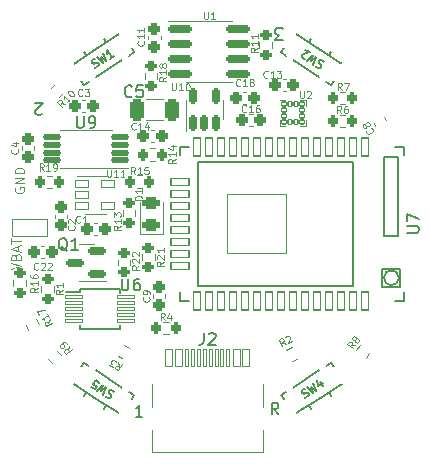
<source format=gto>
G04 #@! TF.GenerationSoftware,KiCad,Pcbnew,(6.0.0-0)*
G04 #@! TF.CreationDate,2022-02-07T14:16:52+10:00*
G04 #@! TF.ProjectId,osw-light,6f73772d-6c69-4676-9874-2e6b69636164,3.3*
G04 #@! TF.SameCoordinates,Original*
G04 #@! TF.FileFunction,Legend,Top*
G04 #@! TF.FilePolarity,Positive*
%FSLAX46Y46*%
G04 Gerber Fmt 4.6, Leading zero omitted, Abs format (unit mm)*
G04 Created by KiCad (PCBNEW (6.0.0-0)) date 2022-02-07 14:16:52*
%MOMM*%
%LPD*%
G01*
G04 APERTURE LIST*
G04 Aperture macros list*
%AMRoundRect*
0 Rectangle with rounded corners*
0 $1 Rounding radius*
0 $2 $3 $4 $5 $6 $7 $8 $9 X,Y pos of 4 corners*
0 Add a 4 corners polygon primitive as box body*
4,1,4,$2,$3,$4,$5,$6,$7,$8,$9,$2,$3,0*
0 Add four circle primitives for the rounded corners*
1,1,$1+$1,$2,$3*
1,1,$1+$1,$4,$5*
1,1,$1+$1,$6,$7*
1,1,$1+$1,$8,$9*
0 Add four rect primitives between the rounded corners*
20,1,$1+$1,$2,$3,$4,$5,0*
20,1,$1+$1,$4,$5,$6,$7,0*
20,1,$1+$1,$6,$7,$8,$9,0*
20,1,$1+$1,$8,$9,$2,$3,0*%
%AMHorizOval*
0 Thick line with rounded ends*
0 $1 width*
0 $2 $3 position (X,Y) of the first rounded end (center of the circle)*
0 $4 $5 position (X,Y) of the second rounded end (center of the circle)*
0 Add line between two ends*
20,1,$1,$2,$3,$4,$5,0*
0 Add two circle primitives to create the rounded ends*
1,1,$1,$2,$3*
1,1,$1,$4,$5*%
%AMFreePoly0*
4,1,14,0.786062,1.536062,0.801000,1.500000,0.801000,-1.500000,0.786062,-1.536062,0.750000,-1.551000,-0.150000,-1.551000,-0.186062,-1.536062,-0.786062,-0.936062,-0.801000,-0.900000,-0.801000,1.500000,-0.786062,1.536062,-0.750000,1.551000,0.750000,1.551000,0.786062,1.536062,0.786062,1.536062,$1*%
G04 Aperture macros list end*
%ADD10C,0.200000*%
%ADD11C,0.150000*%
%ADD12C,0.090000*%
%ADD13C,0.120000*%
%ADD14HorizOval,0.702000X0.251623X-0.387466X-0.251623X0.387466X0*%
%ADD15RoundRect,0.051000X-0.624683X0.502907X0.205347X-0.775227X0.624683X-0.502907X-0.205347X0.775227X0*%
%ADD16HorizOval,0.702000X-0.251623X-0.387466X0.251623X0.387466X0*%
%ADD17RoundRect,0.051000X0.205347X0.775227X-0.624683X-0.502907X-0.205347X-0.775227X0.624683X0.502907X0*%
%ADD18RoundRect,0.251000X-0.339220X-0.023558X-0.082105X-0.329975X0.339220X0.023558X0.082105X0.329975X0*%
%ADD19RoundRect,0.276000X0.250000X-0.225000X0.250000X0.225000X-0.250000X0.225000X-0.250000X-0.225000X0*%
%ADD20RoundRect,0.251000X-0.200000X-0.275000X0.200000X-0.275000X0.200000X0.275000X-0.200000X0.275000X0*%
%ADD21RoundRect,0.251000X-0.275000X0.200000X-0.275000X-0.200000X0.275000X-0.200000X0.275000X0.200000X0*%
%ADD22RoundRect,0.251000X0.200000X0.275000X-0.200000X0.275000X-0.200000X-0.275000X0.200000X-0.275000X0*%
%ADD23RoundRect,0.201000X-0.825000X-0.150000X0.825000X-0.150000X0.825000X0.150000X-0.825000X0.150000X0*%
%ADD24RoundRect,0.276000X-0.329006X0.069856X-0.104006X-0.319856X0.329006X-0.069856X0.104006X0.319856X0*%
%ADD25RoundRect,0.276000X-0.250000X0.225000X-0.250000X-0.225000X0.250000X-0.225000X0.250000X0.225000X0*%
%ADD26HorizOval,0.702000X-0.251623X0.387466X0.251623X-0.387466X0*%
%ADD27RoundRect,0.051000X0.624683X-0.502907X-0.205347X0.775227X-0.624683X0.502907X0.205347X-0.775227X0*%
%ADD28RoundRect,0.051000X-0.700000X-0.150000X0.700000X-0.150000X0.700000X0.150000X-0.700000X0.150000X0*%
%ADD29RoundRect,0.151000X0.637500X0.100000X-0.637500X0.100000X-0.637500X-0.100000X0.637500X-0.100000X0*%
%ADD30RoundRect,0.276000X-0.225000X-0.250000X0.225000X-0.250000X0.225000X0.250000X-0.225000X0.250000X0*%
%ADD31RoundRect,0.251000X-0.082105X0.329975X-0.339220X0.023558X0.082105X-0.329975X0.339220X-0.023558X0*%
%ADD32RoundRect,0.301000X0.325000X0.650000X-0.325000X0.650000X-0.325000X-0.650000X0.325000X-0.650000X0*%
%ADD33RoundRect,0.276000X0.225000X0.250000X-0.225000X0.250000X-0.225000X-0.250000X0.225000X-0.250000X0*%
%ADD34RoundRect,0.201000X0.150000X-0.512500X0.150000X0.512500X-0.150000X0.512500X-0.150000X-0.512500X0*%
%ADD35RoundRect,0.051000X-0.300000X0.762000X-0.300000X-0.762000X0.300000X-0.762000X0.300000X0.762000X0*%
%ADD36RoundRect,0.051000X-0.762000X-0.300000X0.762000X-0.300000X0.762000X0.300000X-0.762000X0.300000X0*%
%ADD37RoundRect,0.051000X-2.500000X2.500000X-2.500000X-2.500000X2.500000X-2.500000X2.500000X2.500000X0*%
%ADD38RoundRect,0.251000X0.275000X-0.200000X0.275000X0.200000X-0.275000X0.200000X-0.275000X-0.200000X0*%
%ADD39RoundRect,0.201000X0.587500X0.150000X-0.587500X0.150000X-0.587500X-0.150000X0.587500X-0.150000X0*%
%ADD40RoundRect,0.251000X-0.338157X0.035705X-0.138157X-0.310705X0.338157X-0.035705X0.138157X0.310705X0*%
%ADD41HorizOval,0.702000X0.251623X0.387466X-0.251623X-0.387466X0*%
%ADD42RoundRect,0.051000X-0.205347X-0.775227X0.624683X0.502907X0.205347X0.775227X-0.624683X-0.502907X0*%
%ADD43RoundRect,0.051000X-0.530000X-0.325000X0.530000X-0.325000X0.530000X0.325000X-0.530000X0.325000X0*%
%ADD44RoundRect,0.294750X0.456250X-0.243750X0.456250X0.243750X-0.456250X0.243750X-0.456250X-0.243750X0*%
%ADD45RoundRect,0.251000X-0.053033X0.335876X-0.335876X0.053033X0.053033X-0.335876X0.335876X-0.053033X0*%
%ADD46RoundRect,0.251000X0.310705X0.138157X-0.035705X0.338157X-0.310705X-0.138157X0.035705X-0.338157X0*%
%ADD47FreePoly0,270.000000*%
%ADD48RoundRect,0.051000X-1.500000X0.750000X-1.500000X-0.750000X1.500000X-0.750000X1.500000X0.750000X0*%
%ADD49C,0.752000*%
%ADD50RoundRect,0.051000X-0.300000X-0.725000X0.300000X-0.725000X0.300000X0.725000X-0.300000X0.725000X0*%
%ADD51RoundRect,0.051000X-0.150000X-0.725000X0.150000X-0.725000X0.150000X0.725000X-0.150000X0.725000X0*%
%ADD52O,1.102000X2.202000*%
%ADD53O,1.102000X1.702000*%
%ADD54RoundRect,0.251000X-0.065042X-0.333758X0.297482X-0.164711X0.065042X0.333758X-0.297482X0.164711X0*%
%ADD55RoundRect,0.051000X-0.187500X-0.175000X0.187500X-0.175000X0.187500X0.175000X-0.187500X0.175000X0*%
%ADD56RoundRect,0.051000X0.175000X-0.187500X0.175000X0.187500X-0.175000X0.187500X-0.175000X-0.187500X0*%
G04 APERTURE END LIST*
D10*
X74960451Y-128141900D02*
X74627118Y-127665710D01*
X74389023Y-128141900D02*
X74389023Y-127141900D01*
X74769975Y-127141900D01*
X74865213Y-127189520D01*
X74912832Y-127237139D01*
X74960451Y-127332377D01*
X74960451Y-127475234D01*
X74912832Y-127570472D01*
X74865213Y-127618091D01*
X74769975Y-127665710D01*
X74389023Y-127665710D01*
X63435714Y-128342380D02*
X62864285Y-128342380D01*
X63150000Y-128342380D02*
X63150000Y-127342380D01*
X63054761Y-127485238D01*
X62959523Y-127580476D01*
X62864285Y-127628095D01*
X75323333Y-96397619D02*
X74704285Y-96397619D01*
X75037619Y-96016666D01*
X74894761Y-96016666D01*
X74799523Y-95969047D01*
X74751904Y-95921428D01*
X74704285Y-95826190D01*
X74704285Y-95588095D01*
X74751904Y-95492857D01*
X74799523Y-95445238D01*
X74894761Y-95397619D01*
X75180476Y-95397619D01*
X75275714Y-95445238D01*
X75323333Y-95492857D01*
X54955714Y-102672380D02*
X54908095Y-102720000D01*
X54812857Y-102767619D01*
X54574761Y-102767619D01*
X54479523Y-102720000D01*
X54431904Y-102672380D01*
X54384285Y-102577142D01*
X54384285Y-102481904D01*
X54431904Y-102339047D01*
X55003333Y-101767619D01*
X54384285Y-101767619D01*
D11*
X77232483Y-126715473D02*
X77334504Y-126688964D01*
X77474283Y-126598191D01*
X77512040Y-126533926D01*
X77521841Y-126487816D01*
X77513487Y-126413750D01*
X77477178Y-126357839D01*
X77412913Y-126320082D01*
X77366802Y-126310281D01*
X77292736Y-126318634D01*
X77162759Y-126363297D01*
X77088693Y-126371651D01*
X77042583Y-126361850D01*
X76978318Y-126324093D01*
X76942009Y-126268182D01*
X76933655Y-126194116D01*
X76943456Y-126148005D01*
X76981213Y-126083740D01*
X77120991Y-125992967D01*
X77223013Y-125966459D01*
X77400548Y-125811421D02*
X77921574Y-126307717D01*
X77761077Y-125815763D01*
X78145219Y-126162480D01*
X77903750Y-125484637D01*
X78506079Y-125371698D02*
X78760244Y-125763078D01*
X78221064Y-125238826D02*
X78353605Y-125748935D01*
X78717029Y-125512924D01*
X61018001Y-126240226D02*
X60952289Y-126157806D01*
X60812510Y-126067033D01*
X60738444Y-126058680D01*
X60692334Y-126068481D01*
X60628069Y-126106237D01*
X60591760Y-126162149D01*
X60583406Y-126236215D01*
X60593207Y-126282325D01*
X60630964Y-126346590D01*
X60724632Y-126447164D01*
X60762389Y-126511429D01*
X60772190Y-126557540D01*
X60763836Y-126631606D01*
X60727527Y-126687517D01*
X60663262Y-126725274D01*
X60617152Y-126735075D01*
X60543086Y-126726721D01*
X60403307Y-126635948D01*
X60337595Y-126553528D01*
X60123750Y-126454402D02*
X60365219Y-125776559D01*
X59981077Y-126123276D01*
X60141574Y-125631322D01*
X59620548Y-126127618D01*
X59117346Y-125800835D02*
X59396903Y-125982381D01*
X59606405Y-125720979D01*
X59560294Y-125730780D01*
X59486228Y-125722426D01*
X59346450Y-125631653D01*
X59308693Y-125567388D01*
X59298892Y-125521278D01*
X59307246Y-125447212D01*
X59398019Y-125307433D01*
X59462284Y-125269677D01*
X59508394Y-125259876D01*
X59582460Y-125268229D01*
X59722239Y-125359002D01*
X59759995Y-125423267D01*
X59769796Y-125469378D01*
D12*
X57229761Y-122358648D02*
X57139448Y-122695511D01*
X57450145Y-122621292D02*
X56990518Y-123006964D01*
X56843595Y-122831869D01*
X56828752Y-122769729D01*
X56832273Y-122729477D01*
X56857682Y-122670859D01*
X56923343Y-122615763D01*
X56985482Y-122600919D01*
X57025735Y-122604441D01*
X57084352Y-122629850D01*
X57231275Y-122804945D01*
X57046107Y-122139778D02*
X56972646Y-122052230D01*
X56914028Y-122026822D01*
X56873776Y-122023300D01*
X56771384Y-122034622D01*
X56665471Y-122086197D01*
X56490375Y-122233119D01*
X56464966Y-122291737D01*
X56461444Y-122331990D01*
X56476288Y-122394129D01*
X56549750Y-122481677D01*
X56608367Y-122507085D01*
X56648620Y-122510607D01*
X56710759Y-122495763D01*
X56820194Y-122403936D01*
X56845603Y-122345319D01*
X56849124Y-122305066D01*
X56834280Y-122242927D01*
X56760819Y-122155379D01*
X56702201Y-122129971D01*
X56661949Y-122126449D01*
X56599810Y-122141293D01*
X57664285Y-112190000D02*
X57692857Y-112218571D01*
X57721428Y-112304285D01*
X57721428Y-112361428D01*
X57692857Y-112447142D01*
X57635714Y-112504285D01*
X57578571Y-112532857D01*
X57464285Y-112561428D01*
X57378571Y-112561428D01*
X57264285Y-112532857D01*
X57207142Y-112504285D01*
X57150000Y-112447142D01*
X57121428Y-112361428D01*
X57121428Y-112304285D01*
X57150000Y-112218571D01*
X57178571Y-112190000D01*
X57178571Y-111961428D02*
X57150000Y-111932857D01*
X57121428Y-111875714D01*
X57121428Y-111732857D01*
X57150000Y-111675714D01*
X57178571Y-111647142D01*
X57235714Y-111618571D01*
X57292857Y-111618571D01*
X57378571Y-111647142D01*
X57721428Y-111990000D01*
X57721428Y-111618571D01*
X65330000Y-120151428D02*
X65130000Y-119865714D01*
X64987142Y-120151428D02*
X64987142Y-119551428D01*
X65215714Y-119551428D01*
X65272857Y-119580000D01*
X65301428Y-119608571D01*
X65330000Y-119665714D01*
X65330000Y-119751428D01*
X65301428Y-119808571D01*
X65272857Y-119837142D01*
X65215714Y-119865714D01*
X64987142Y-119865714D01*
X65844285Y-119751428D02*
X65844285Y-120151428D01*
X65701428Y-119522857D02*
X65558571Y-119951428D01*
X65930000Y-119951428D01*
X73221428Y-97105714D02*
X72935714Y-97305714D01*
X73221428Y-97448571D02*
X72621428Y-97448571D01*
X72621428Y-97220000D01*
X72650000Y-97162857D01*
X72678571Y-97134285D01*
X72735714Y-97105714D01*
X72821428Y-97105714D01*
X72878571Y-97134285D01*
X72907142Y-97162857D01*
X72935714Y-97220000D01*
X72935714Y-97448571D01*
X73221428Y-96534285D02*
X73221428Y-96877142D01*
X73221428Y-96705714D02*
X72621428Y-96705714D01*
X72707142Y-96762857D01*
X72764285Y-96820000D01*
X72792857Y-96877142D01*
X73221428Y-95962857D02*
X73221428Y-96305714D01*
X73221428Y-96134285D02*
X72621428Y-96134285D01*
X72707142Y-96191428D01*
X72764285Y-96248571D01*
X72792857Y-96305714D01*
X80290000Y-102631428D02*
X80090000Y-102345714D01*
X79947142Y-102631428D02*
X79947142Y-102031428D01*
X80175714Y-102031428D01*
X80232857Y-102060000D01*
X80261428Y-102088571D01*
X80290000Y-102145714D01*
X80290000Y-102231428D01*
X80261428Y-102288571D01*
X80232857Y-102317142D01*
X80175714Y-102345714D01*
X79947142Y-102345714D01*
X80804285Y-102031428D02*
X80690000Y-102031428D01*
X80632857Y-102060000D01*
X80604285Y-102088571D01*
X80547142Y-102174285D01*
X80518571Y-102288571D01*
X80518571Y-102517142D01*
X80547142Y-102574285D01*
X80575714Y-102602857D01*
X80632857Y-102631428D01*
X80747142Y-102631428D01*
X80804285Y-102602857D01*
X80832857Y-102574285D01*
X80861428Y-102517142D01*
X80861428Y-102374285D01*
X80832857Y-102317142D01*
X80804285Y-102288571D01*
X80747142Y-102260000D01*
X80632857Y-102260000D01*
X80575714Y-102288571D01*
X80547142Y-102317142D01*
X80518571Y-102374285D01*
X80330000Y-100681428D02*
X80130000Y-100395714D01*
X79987142Y-100681428D02*
X79987142Y-100081428D01*
X80215714Y-100081428D01*
X80272857Y-100110000D01*
X80301428Y-100138571D01*
X80330000Y-100195714D01*
X80330000Y-100281428D01*
X80301428Y-100338571D01*
X80272857Y-100367142D01*
X80215714Y-100395714D01*
X79987142Y-100395714D01*
X80530000Y-100081428D02*
X80930000Y-100081428D01*
X80672857Y-100681428D01*
X68652857Y-94051428D02*
X68652857Y-94537142D01*
X68681428Y-94594285D01*
X68710000Y-94622857D01*
X68767142Y-94651428D01*
X68881428Y-94651428D01*
X68938571Y-94622857D01*
X68967142Y-94594285D01*
X68995714Y-94537142D01*
X68995714Y-94051428D01*
X69595714Y-94651428D02*
X69252857Y-94651428D01*
X69424285Y-94651428D02*
X69424285Y-94051428D01*
X69367142Y-94137142D01*
X69310000Y-94194285D01*
X69252857Y-94222857D01*
X82805576Y-103859459D02*
X82844606Y-103869917D01*
X82912206Y-103929862D01*
X82940778Y-103979349D01*
X82958891Y-104067866D01*
X82937976Y-104145924D01*
X82902774Y-104199239D01*
X82818086Y-104281126D01*
X82743855Y-104323983D01*
X82630595Y-104356382D01*
X82566822Y-104360210D01*
X82488763Y-104339294D01*
X82421163Y-104279349D01*
X82392591Y-104229862D01*
X82374478Y-104141346D01*
X82384935Y-104102316D01*
X82386712Y-103705393D02*
X82390540Y-103769166D01*
X82380082Y-103808196D01*
X82344880Y-103861511D01*
X82320137Y-103875796D01*
X82256364Y-103879624D01*
X82217335Y-103869166D01*
X82164020Y-103833965D01*
X82106877Y-103734990D01*
X82103049Y-103671218D01*
X82113507Y-103632188D01*
X82148708Y-103578873D01*
X82173452Y-103564588D01*
X82237225Y-103560760D01*
X82276254Y-103571218D01*
X82329569Y-103606419D01*
X82386712Y-103705393D01*
X82440027Y-103740595D01*
X82479056Y-103751053D01*
X82542829Y-103747225D01*
X82641803Y-103690082D01*
X82677005Y-103636767D01*
X82687463Y-103597738D01*
X82683635Y-103533965D01*
X82626492Y-103434990D01*
X82573177Y-103399789D01*
X82534148Y-103389331D01*
X82470375Y-103393159D01*
X82371401Y-103450302D01*
X82336199Y-103503617D01*
X82325741Y-103542646D01*
X82329569Y-103606419D01*
X64014285Y-118210000D02*
X64042857Y-118238571D01*
X64071428Y-118324285D01*
X64071428Y-118381428D01*
X64042857Y-118467142D01*
X63985714Y-118524285D01*
X63928571Y-118552857D01*
X63814285Y-118581428D01*
X63728571Y-118581428D01*
X63614285Y-118552857D01*
X63557142Y-118524285D01*
X63500000Y-118467142D01*
X63471428Y-118381428D01*
X63471428Y-118324285D01*
X63500000Y-118238571D01*
X63528571Y-118210000D01*
X64071428Y-117924285D02*
X64071428Y-117810000D01*
X64042857Y-117752857D01*
X64014285Y-117724285D01*
X63928571Y-117667142D01*
X63814285Y-117638571D01*
X63585714Y-117638571D01*
X63528571Y-117667142D01*
X63500000Y-117695714D01*
X63471428Y-117752857D01*
X63471428Y-117867142D01*
X63500000Y-117924285D01*
X63528571Y-117952857D01*
X63585714Y-117981428D01*
X63728571Y-117981428D01*
X63785714Y-117952857D01*
X63814285Y-117924285D01*
X63842857Y-117867142D01*
X63842857Y-117752857D01*
X63814285Y-117695714D01*
X63785714Y-117667142D01*
X63728571Y-117638571D01*
X63564285Y-96535714D02*
X63592857Y-96564285D01*
X63621428Y-96650000D01*
X63621428Y-96707142D01*
X63592857Y-96792857D01*
X63535714Y-96850000D01*
X63478571Y-96878571D01*
X63364285Y-96907142D01*
X63278571Y-96907142D01*
X63164285Y-96878571D01*
X63107142Y-96850000D01*
X63050000Y-96792857D01*
X63021428Y-96707142D01*
X63021428Y-96650000D01*
X63050000Y-96564285D01*
X63078571Y-96535714D01*
X63621428Y-95964285D02*
X63621428Y-96307142D01*
X63621428Y-96135714D02*
X63021428Y-96135714D01*
X63107142Y-96192857D01*
X63164285Y-96250000D01*
X63192857Y-96307142D01*
X63621428Y-95392857D02*
X63621428Y-95735714D01*
X63621428Y-95564285D02*
X63021428Y-95564285D01*
X63107142Y-95621428D01*
X63164285Y-95678571D01*
X63192857Y-95735714D01*
X55084285Y-107491428D02*
X54884285Y-107205714D01*
X54741428Y-107491428D02*
X54741428Y-106891428D01*
X54970000Y-106891428D01*
X55027142Y-106920000D01*
X55055714Y-106948571D01*
X55084285Y-107005714D01*
X55084285Y-107091428D01*
X55055714Y-107148571D01*
X55027142Y-107177142D01*
X54970000Y-107205714D01*
X54741428Y-107205714D01*
X55655714Y-107491428D02*
X55312857Y-107491428D01*
X55484285Y-107491428D02*
X55484285Y-106891428D01*
X55427142Y-106977142D01*
X55370000Y-107034285D01*
X55312857Y-107062857D01*
X55941428Y-107491428D02*
X56055714Y-107491428D01*
X56112857Y-107462857D01*
X56141428Y-107434285D01*
X56198571Y-107348571D01*
X56227142Y-107234285D01*
X56227142Y-107005714D01*
X56198571Y-106948571D01*
X56170000Y-106920000D01*
X56112857Y-106891428D01*
X55998571Y-106891428D01*
X55941428Y-106920000D01*
X55912857Y-106948571D01*
X55884285Y-107005714D01*
X55884285Y-107148571D01*
X55912857Y-107205714D01*
X55941428Y-107234285D01*
X55998571Y-107262857D01*
X56112857Y-107262857D01*
X56170000Y-107234285D01*
X56198571Y-107205714D01*
X56227142Y-107148571D01*
D11*
X59452483Y-98775473D02*
X59554504Y-98748964D01*
X59694283Y-98658191D01*
X59732040Y-98593926D01*
X59741841Y-98547816D01*
X59733487Y-98473750D01*
X59697178Y-98417839D01*
X59632913Y-98380082D01*
X59586802Y-98370281D01*
X59512736Y-98378634D01*
X59382759Y-98423297D01*
X59308693Y-98431651D01*
X59262583Y-98421850D01*
X59198318Y-98384093D01*
X59162009Y-98328182D01*
X59153655Y-98254116D01*
X59163456Y-98208005D01*
X59201213Y-98143740D01*
X59340991Y-98052967D01*
X59443013Y-98026459D01*
X59620548Y-97871421D02*
X60141574Y-98367717D01*
X59981077Y-97875763D01*
X60365219Y-98222480D01*
X60123750Y-97544637D01*
X61036156Y-97786769D02*
X60700687Y-98004624D01*
X60868422Y-97895697D02*
X60487174Y-97308627D01*
X60485727Y-97428803D01*
X60466125Y-97521024D01*
X60428368Y-97585289D01*
X61698095Y-116632380D02*
X61698095Y-117441904D01*
X61745714Y-117537142D01*
X61793333Y-117584761D01*
X61888571Y-117632380D01*
X62079047Y-117632380D01*
X62174285Y-117584761D01*
X62221904Y-117537142D01*
X62269523Y-117441904D01*
X62269523Y-116632380D01*
X63174285Y-116632380D02*
X62983809Y-116632380D01*
X62888571Y-116680000D01*
X62840952Y-116727619D01*
X62745714Y-116870476D01*
X62698095Y-117060952D01*
X62698095Y-117441904D01*
X62745714Y-117537142D01*
X62793333Y-117584761D01*
X62888571Y-117632380D01*
X63079047Y-117632380D01*
X63174285Y-117584761D01*
X63221904Y-117537142D01*
X63269523Y-117441904D01*
X63269523Y-117203809D01*
X63221904Y-117108571D01*
X63174285Y-117060952D01*
X63079047Y-117013333D01*
X62888571Y-117013333D01*
X62793333Y-117060952D01*
X62745714Y-117108571D01*
X62698095Y-117203809D01*
X57898095Y-102882380D02*
X57898095Y-103691904D01*
X57945714Y-103787142D01*
X57993333Y-103834761D01*
X58088571Y-103882380D01*
X58279047Y-103882380D01*
X58374285Y-103834761D01*
X58421904Y-103787142D01*
X58469523Y-103691904D01*
X58469523Y-102882380D01*
X58993333Y-103882380D02*
X59183809Y-103882380D01*
X59279047Y-103834761D01*
X59326666Y-103787142D01*
X59421904Y-103644285D01*
X59469523Y-103453809D01*
X59469523Y-103072857D01*
X59421904Y-102977619D01*
X59374285Y-102930000D01*
X59279047Y-102882380D01*
X59088571Y-102882380D01*
X58993333Y-102930000D01*
X58945714Y-102977619D01*
X58898095Y-103072857D01*
X58898095Y-103310952D01*
X58945714Y-103406190D01*
X58993333Y-103453809D01*
X59088571Y-103501428D01*
X59279047Y-103501428D01*
X59374285Y-103453809D01*
X59421904Y-103406190D01*
X59469523Y-103310952D01*
D12*
X58375000Y-101114285D02*
X58346428Y-101142857D01*
X58260714Y-101171428D01*
X58203571Y-101171428D01*
X58117857Y-101142857D01*
X58060714Y-101085714D01*
X58032142Y-101028571D01*
X58003571Y-100914285D01*
X58003571Y-100828571D01*
X58032142Y-100714285D01*
X58060714Y-100657142D01*
X58117857Y-100600000D01*
X58203571Y-100571428D01*
X58260714Y-100571428D01*
X58346428Y-100600000D01*
X58375000Y-100628571D01*
X58575000Y-100571428D02*
X58946428Y-100571428D01*
X58746428Y-100800000D01*
X58832142Y-100800000D01*
X58889285Y-100828571D01*
X58917857Y-100857142D01*
X58946428Y-100914285D01*
X58946428Y-101057142D01*
X58917857Y-101114285D01*
X58889285Y-101142857D01*
X58832142Y-101171428D01*
X58660714Y-101171428D01*
X58603571Y-101142857D01*
X58575000Y-101114285D01*
X61611428Y-112165714D02*
X61325714Y-112365714D01*
X61611428Y-112508571D02*
X61011428Y-112508571D01*
X61011428Y-112280000D01*
X61040000Y-112222857D01*
X61068571Y-112194285D01*
X61125714Y-112165714D01*
X61211428Y-112165714D01*
X61268571Y-112194285D01*
X61297142Y-112222857D01*
X61325714Y-112280000D01*
X61325714Y-112508571D01*
X61611428Y-111594285D02*
X61611428Y-111937142D01*
X61611428Y-111765714D02*
X61011428Y-111765714D01*
X61097142Y-111822857D01*
X61154285Y-111880000D01*
X61182857Y-111937142D01*
X61011428Y-111394285D02*
X61011428Y-111022857D01*
X61240000Y-111222857D01*
X61240000Y-111137142D01*
X61268571Y-111080000D01*
X61297142Y-111051428D01*
X61354285Y-111022857D01*
X61497142Y-111022857D01*
X61554285Y-111051428D01*
X61582857Y-111080000D01*
X61611428Y-111137142D01*
X61611428Y-111308571D01*
X61582857Y-111365714D01*
X61554285Y-111394285D01*
X81463647Y-122291075D02*
X81116220Y-122260630D01*
X81243263Y-122553719D02*
X80783636Y-122168046D01*
X80930559Y-121992950D01*
X80989177Y-121967542D01*
X81029429Y-121964020D01*
X81091568Y-121978864D01*
X81157229Y-122033960D01*
X81182638Y-122092578D01*
X81186160Y-122132830D01*
X81171316Y-122194969D01*
X81024393Y-122370065D01*
X81421388Y-121808047D02*
X81362770Y-121833455D01*
X81322518Y-121836977D01*
X81260378Y-121822133D01*
X81238491Y-121803768D01*
X81213083Y-121745150D01*
X81209561Y-121704898D01*
X81224405Y-121642758D01*
X81297866Y-121555211D01*
X81356484Y-121529802D01*
X81396736Y-121526280D01*
X81458876Y-121541124D01*
X81480763Y-121559489D01*
X81506171Y-121618107D01*
X81509693Y-121658359D01*
X81494849Y-121720499D01*
X81421388Y-121808047D01*
X81406544Y-121870186D01*
X81410065Y-121910438D01*
X81435474Y-121969056D01*
X81523022Y-122042518D01*
X81585161Y-122057361D01*
X81625414Y-122053840D01*
X81684031Y-122028431D01*
X81757493Y-121940883D01*
X81772337Y-121878744D01*
X81768815Y-121838491D01*
X81743406Y-121779874D01*
X81655858Y-121706412D01*
X81593719Y-121691569D01*
X81553467Y-121695090D01*
X81494849Y-121720499D01*
D11*
X62563333Y-101187142D02*
X62515714Y-101234761D01*
X62372857Y-101282380D01*
X62277619Y-101282380D01*
X62134761Y-101234761D01*
X62039523Y-101139523D01*
X61991904Y-101044285D01*
X61944285Y-100853809D01*
X61944285Y-100710952D01*
X61991904Y-100520476D01*
X62039523Y-100425238D01*
X62134761Y-100330000D01*
X62277619Y-100282380D01*
X62372857Y-100282380D01*
X62515714Y-100330000D01*
X62563333Y-100377619D01*
X63468095Y-100282380D02*
X62991904Y-100282380D01*
X62944285Y-100758571D01*
X62991904Y-100710952D01*
X63087142Y-100663333D01*
X63325238Y-100663333D01*
X63420476Y-100710952D01*
X63468095Y-100758571D01*
X63515714Y-100853809D01*
X63515714Y-101091904D01*
X63468095Y-101187142D01*
X63420476Y-101234761D01*
X63325238Y-101282380D01*
X63087142Y-101282380D01*
X62991904Y-101234761D01*
X62944285Y-101187142D01*
D12*
X62874285Y-103984285D02*
X62845714Y-104012857D01*
X62760000Y-104041428D01*
X62702857Y-104041428D01*
X62617142Y-104012857D01*
X62560000Y-103955714D01*
X62531428Y-103898571D01*
X62502857Y-103784285D01*
X62502857Y-103698571D01*
X62531428Y-103584285D01*
X62560000Y-103527142D01*
X62617142Y-103470000D01*
X62702857Y-103441428D01*
X62760000Y-103441428D01*
X62845714Y-103470000D01*
X62874285Y-103498571D01*
X63445714Y-104041428D02*
X63102857Y-104041428D01*
X63274285Y-104041428D02*
X63274285Y-103441428D01*
X63217142Y-103527142D01*
X63160000Y-103584285D01*
X63102857Y-103612857D01*
X63960000Y-103641428D02*
X63960000Y-104041428D01*
X63817142Y-103412857D02*
X63674285Y-103841428D01*
X64045714Y-103841428D01*
X72234285Y-102494285D02*
X72205714Y-102522857D01*
X72120000Y-102551428D01*
X72062857Y-102551428D01*
X71977142Y-102522857D01*
X71920000Y-102465714D01*
X71891428Y-102408571D01*
X71862857Y-102294285D01*
X71862857Y-102208571D01*
X71891428Y-102094285D01*
X71920000Y-102037142D01*
X71977142Y-101980000D01*
X72062857Y-101951428D01*
X72120000Y-101951428D01*
X72205714Y-101980000D01*
X72234285Y-102008571D01*
X72805714Y-102551428D02*
X72462857Y-102551428D01*
X72634285Y-102551428D02*
X72634285Y-101951428D01*
X72577142Y-102037142D01*
X72520000Y-102094285D01*
X72462857Y-102122857D01*
X73320000Y-101951428D02*
X73205714Y-101951428D01*
X73148571Y-101980000D01*
X73120000Y-102008571D01*
X73062857Y-102094285D01*
X73034285Y-102208571D01*
X73034285Y-102437142D01*
X73062857Y-102494285D01*
X73091428Y-102522857D01*
X73148571Y-102551428D01*
X73262857Y-102551428D01*
X73320000Y-102522857D01*
X73348571Y-102494285D01*
X73377142Y-102437142D01*
X73377142Y-102294285D01*
X73348571Y-102237142D01*
X73320000Y-102208571D01*
X73262857Y-102180000D01*
X73148571Y-102180000D01*
X73091428Y-102208571D01*
X73062857Y-102237142D01*
X73034285Y-102294285D01*
X71734285Y-100294285D02*
X71705714Y-100322857D01*
X71620000Y-100351428D01*
X71562857Y-100351428D01*
X71477142Y-100322857D01*
X71420000Y-100265714D01*
X71391428Y-100208571D01*
X71362857Y-100094285D01*
X71362857Y-100008571D01*
X71391428Y-99894285D01*
X71420000Y-99837142D01*
X71477142Y-99780000D01*
X71562857Y-99751428D01*
X71620000Y-99751428D01*
X71705714Y-99780000D01*
X71734285Y-99808571D01*
X72305714Y-100351428D02*
X71962857Y-100351428D01*
X72134285Y-100351428D02*
X72134285Y-99751428D01*
X72077142Y-99837142D01*
X72020000Y-99894285D01*
X71962857Y-99922857D01*
X72648571Y-100008571D02*
X72591428Y-99980000D01*
X72562857Y-99951428D01*
X72534285Y-99894285D01*
X72534285Y-99865714D01*
X72562857Y-99808571D01*
X72591428Y-99780000D01*
X72648571Y-99751428D01*
X72762857Y-99751428D01*
X72820000Y-99780000D01*
X72848571Y-99808571D01*
X72877142Y-99865714D01*
X72877142Y-99894285D01*
X72848571Y-99951428D01*
X72820000Y-99980000D01*
X72762857Y-100008571D01*
X72648571Y-100008571D01*
X72591428Y-100037142D01*
X72562857Y-100065714D01*
X72534285Y-100122857D01*
X72534285Y-100237142D01*
X72562857Y-100294285D01*
X72591428Y-100322857D01*
X72648571Y-100351428D01*
X72762857Y-100351428D01*
X72820000Y-100322857D01*
X72848571Y-100294285D01*
X72877142Y-100237142D01*
X72877142Y-100122857D01*
X72848571Y-100065714D01*
X72820000Y-100037142D01*
X72762857Y-100008571D01*
X65927142Y-100101428D02*
X65927142Y-100587142D01*
X65955714Y-100644285D01*
X65984285Y-100672857D01*
X66041428Y-100701428D01*
X66155714Y-100701428D01*
X66212857Y-100672857D01*
X66241428Y-100644285D01*
X66270000Y-100587142D01*
X66270000Y-100101428D01*
X66870000Y-100701428D02*
X66527142Y-100701428D01*
X66698571Y-100701428D02*
X66698571Y-100101428D01*
X66641428Y-100187142D01*
X66584285Y-100244285D01*
X66527142Y-100272857D01*
X67241428Y-100101428D02*
X67298571Y-100101428D01*
X67355714Y-100130000D01*
X67384285Y-100158571D01*
X67412857Y-100215714D01*
X67441428Y-100330000D01*
X67441428Y-100472857D01*
X67412857Y-100587142D01*
X67384285Y-100644285D01*
X67355714Y-100672857D01*
X67298571Y-100701428D01*
X67241428Y-100701428D01*
X67184285Y-100672857D01*
X67155714Y-100644285D01*
X67127142Y-100587142D01*
X67098571Y-100472857D01*
X67098571Y-100330000D01*
X67127142Y-100215714D01*
X67155714Y-100158571D01*
X67184285Y-100130000D01*
X67241428Y-100101428D01*
D11*
X85852380Y-112751904D02*
X86661904Y-112751904D01*
X86757142Y-112704285D01*
X86804761Y-112656666D01*
X86852380Y-112561428D01*
X86852380Y-112370952D01*
X86804761Y-112275714D01*
X86757142Y-112228095D01*
X86661904Y-112180476D01*
X85852380Y-112180476D01*
X85852380Y-111799523D02*
X85852380Y-111132857D01*
X86852380Y-111561428D01*
D12*
X65471428Y-99565714D02*
X65185714Y-99765714D01*
X65471428Y-99908571D02*
X64871428Y-99908571D01*
X64871428Y-99680000D01*
X64900000Y-99622857D01*
X64928571Y-99594285D01*
X64985714Y-99565714D01*
X65071428Y-99565714D01*
X65128571Y-99594285D01*
X65157142Y-99622857D01*
X65185714Y-99680000D01*
X65185714Y-99908571D01*
X65471428Y-98994285D02*
X65471428Y-99337142D01*
X65471428Y-99165714D02*
X64871428Y-99165714D01*
X64957142Y-99222857D01*
X65014285Y-99280000D01*
X65042857Y-99337142D01*
X65128571Y-98651428D02*
X65100000Y-98708571D01*
X65071428Y-98737142D01*
X65014285Y-98765714D01*
X64985714Y-98765714D01*
X64928571Y-98737142D01*
X64900000Y-98708571D01*
X64871428Y-98651428D01*
X64871428Y-98537142D01*
X64900000Y-98480000D01*
X64928571Y-98451428D01*
X64985714Y-98422857D01*
X65014285Y-98422857D01*
X65071428Y-98451428D01*
X65100000Y-98480000D01*
X65128571Y-98537142D01*
X65128571Y-98651428D01*
X65157142Y-98708571D01*
X65185714Y-98737142D01*
X65242857Y-98765714D01*
X65357142Y-98765714D01*
X65414285Y-98737142D01*
X65442857Y-98708571D01*
X65471428Y-98651428D01*
X65471428Y-98537142D01*
X65442857Y-98480000D01*
X65414285Y-98451428D01*
X65357142Y-98422857D01*
X65242857Y-98422857D01*
X65185714Y-98451428D01*
X65157142Y-98480000D01*
X65128571Y-98537142D01*
X56701428Y-117610000D02*
X56415714Y-117810000D01*
X56701428Y-117952857D02*
X56101428Y-117952857D01*
X56101428Y-117724285D01*
X56130000Y-117667142D01*
X56158571Y-117638571D01*
X56215714Y-117610000D01*
X56301428Y-117610000D01*
X56358571Y-117638571D01*
X56387142Y-117667142D01*
X56415714Y-117724285D01*
X56415714Y-117952857D01*
X56701428Y-117038571D02*
X56701428Y-117381428D01*
X56701428Y-117210000D02*
X56101428Y-117210000D01*
X56187142Y-117267142D01*
X56244285Y-117324285D01*
X56272857Y-117381428D01*
X65241428Y-115225714D02*
X64955714Y-115425714D01*
X65241428Y-115568571D02*
X64641428Y-115568571D01*
X64641428Y-115340000D01*
X64670000Y-115282857D01*
X64698571Y-115254285D01*
X64755714Y-115225714D01*
X64841428Y-115225714D01*
X64898571Y-115254285D01*
X64927142Y-115282857D01*
X64955714Y-115340000D01*
X64955714Y-115568571D01*
X64698571Y-114997142D02*
X64670000Y-114968571D01*
X64641428Y-114911428D01*
X64641428Y-114768571D01*
X64670000Y-114711428D01*
X64698571Y-114682857D01*
X64755714Y-114654285D01*
X64812857Y-114654285D01*
X64898571Y-114682857D01*
X65241428Y-115025714D01*
X65241428Y-114654285D01*
X65241428Y-114082857D02*
X65241428Y-114425714D01*
X65241428Y-114254285D02*
X64641428Y-114254285D01*
X64727142Y-114311428D01*
X64784285Y-114368571D01*
X64812857Y-114425714D01*
X63171428Y-115525714D02*
X62885714Y-115725714D01*
X63171428Y-115868571D02*
X62571428Y-115868571D01*
X62571428Y-115640000D01*
X62600000Y-115582857D01*
X62628571Y-115554285D01*
X62685714Y-115525714D01*
X62771428Y-115525714D01*
X62828571Y-115554285D01*
X62857142Y-115582857D01*
X62885714Y-115640000D01*
X62885714Y-115868571D01*
X62628571Y-115297142D02*
X62600000Y-115268571D01*
X62571428Y-115211428D01*
X62571428Y-115068571D01*
X62600000Y-115011428D01*
X62628571Y-114982857D01*
X62685714Y-114954285D01*
X62742857Y-114954285D01*
X62828571Y-114982857D01*
X63171428Y-115325714D01*
X63171428Y-114954285D01*
X62628571Y-114725714D02*
X62600000Y-114697142D01*
X62571428Y-114640000D01*
X62571428Y-114497142D01*
X62600000Y-114440000D01*
X62628571Y-114411428D01*
X62685714Y-114382857D01*
X62742857Y-114382857D01*
X62828571Y-114411428D01*
X63171428Y-114754285D01*
X63171428Y-114382857D01*
X54624285Y-115824285D02*
X54595714Y-115852857D01*
X54510000Y-115881428D01*
X54452857Y-115881428D01*
X54367142Y-115852857D01*
X54310000Y-115795714D01*
X54281428Y-115738571D01*
X54252857Y-115624285D01*
X54252857Y-115538571D01*
X54281428Y-115424285D01*
X54310000Y-115367142D01*
X54367142Y-115310000D01*
X54452857Y-115281428D01*
X54510000Y-115281428D01*
X54595714Y-115310000D01*
X54624285Y-115338571D01*
X54852857Y-115338571D02*
X54881428Y-115310000D01*
X54938571Y-115281428D01*
X55081428Y-115281428D01*
X55138571Y-115310000D01*
X55167142Y-115338571D01*
X55195714Y-115395714D01*
X55195714Y-115452857D01*
X55167142Y-115538571D01*
X54824285Y-115881428D01*
X55195714Y-115881428D01*
X55424285Y-115338571D02*
X55452857Y-115310000D01*
X55510000Y-115281428D01*
X55652857Y-115281428D01*
X55710000Y-115310000D01*
X55738571Y-115338571D01*
X55767142Y-115395714D01*
X55767142Y-115452857D01*
X55738571Y-115538571D01*
X55395714Y-115881428D01*
X55767142Y-115881428D01*
D11*
X57094761Y-114297619D02*
X56999523Y-114250000D01*
X56904285Y-114154761D01*
X56761428Y-114011904D01*
X56666190Y-113964285D01*
X56570952Y-113964285D01*
X56618571Y-114202380D02*
X56523333Y-114154761D01*
X56428095Y-114059523D01*
X56380476Y-113869047D01*
X56380476Y-113535714D01*
X56428095Y-113345238D01*
X56523333Y-113250000D01*
X56618571Y-113202380D01*
X56809047Y-113202380D01*
X56904285Y-113250000D01*
X56999523Y-113345238D01*
X57047142Y-113535714D01*
X57047142Y-113869047D01*
X56999523Y-114059523D01*
X56904285Y-114154761D01*
X56809047Y-114202380D01*
X56618571Y-114202380D01*
X57999523Y-114202380D02*
X57428095Y-114202380D01*
X57713809Y-114202380D02*
X57713809Y-113202380D01*
X57618571Y-113345238D01*
X57523333Y-113440476D01*
X57428095Y-113488095D01*
D12*
X62824285Y-107781428D02*
X62624285Y-107495714D01*
X62481428Y-107781428D02*
X62481428Y-107181428D01*
X62710000Y-107181428D01*
X62767142Y-107210000D01*
X62795714Y-107238571D01*
X62824285Y-107295714D01*
X62824285Y-107381428D01*
X62795714Y-107438571D01*
X62767142Y-107467142D01*
X62710000Y-107495714D01*
X62481428Y-107495714D01*
X63395714Y-107781428D02*
X63052857Y-107781428D01*
X63224285Y-107781428D02*
X63224285Y-107181428D01*
X63167142Y-107267142D01*
X63110000Y-107324285D01*
X63052857Y-107352857D01*
X63938571Y-107181428D02*
X63652857Y-107181428D01*
X63624285Y-107467142D01*
X63652857Y-107438571D01*
X63710000Y-107410000D01*
X63852857Y-107410000D01*
X63910000Y-107438571D01*
X63938571Y-107467142D01*
X63967142Y-107524285D01*
X63967142Y-107667142D01*
X63938571Y-107724285D01*
X63910000Y-107752857D01*
X63852857Y-107781428D01*
X63710000Y-107781428D01*
X63652857Y-107752857D01*
X63624285Y-107724285D01*
X66251428Y-106515714D02*
X65965714Y-106715714D01*
X66251428Y-106858571D02*
X65651428Y-106858571D01*
X65651428Y-106630000D01*
X65680000Y-106572857D01*
X65708571Y-106544285D01*
X65765714Y-106515714D01*
X65851428Y-106515714D01*
X65908571Y-106544285D01*
X65937142Y-106572857D01*
X65965714Y-106630000D01*
X65965714Y-106858571D01*
X66251428Y-105944285D02*
X66251428Y-106287142D01*
X66251428Y-106115714D02*
X65651428Y-106115714D01*
X65737142Y-106172857D01*
X65794285Y-106230000D01*
X65822857Y-106287142D01*
X65851428Y-105430000D02*
X66251428Y-105430000D01*
X65622857Y-105572857D02*
X66051428Y-105715714D01*
X66051428Y-105344285D01*
X52874285Y-105680000D02*
X52902857Y-105708571D01*
X52931428Y-105794285D01*
X52931428Y-105851428D01*
X52902857Y-105937142D01*
X52845714Y-105994285D01*
X52788571Y-106022857D01*
X52674285Y-106051428D01*
X52588571Y-106051428D01*
X52474285Y-106022857D01*
X52417142Y-105994285D01*
X52360000Y-105937142D01*
X52331428Y-105851428D01*
X52331428Y-105794285D01*
X52360000Y-105708571D01*
X52388571Y-105680000D01*
X52531428Y-105165714D02*
X52931428Y-105165714D01*
X52302857Y-105308571D02*
X52731428Y-105451428D01*
X52731428Y-105080000D01*
X55631381Y-120092844D02*
X55483945Y-120408906D01*
X55802809Y-120389767D02*
X55283194Y-120689767D01*
X55168908Y-120491818D01*
X55165080Y-120428045D01*
X55175538Y-120389016D01*
X55210740Y-120335701D01*
X55284971Y-120292844D01*
X55348743Y-120289016D01*
X55387773Y-120299474D01*
X55441088Y-120334675D01*
X55555373Y-120532624D01*
X55345666Y-119597972D02*
X55517095Y-119894895D01*
X55431381Y-119746433D02*
X54911765Y-120046433D01*
X55014568Y-120053063D01*
X55092626Y-120073979D01*
X55145941Y-120109181D01*
X54726051Y-119724767D02*
X54526051Y-119378357D01*
X55174238Y-119301049D01*
D11*
X78798001Y-98300226D02*
X78732289Y-98217806D01*
X78592510Y-98127033D01*
X78518444Y-98118680D01*
X78472334Y-98128481D01*
X78408069Y-98166237D01*
X78371760Y-98222149D01*
X78363406Y-98296215D01*
X78373207Y-98342325D01*
X78410964Y-98406590D01*
X78504632Y-98507164D01*
X78542389Y-98571429D01*
X78552190Y-98617540D01*
X78543836Y-98691606D01*
X78507527Y-98747517D01*
X78443262Y-98785274D01*
X78397152Y-98795075D01*
X78323086Y-98786721D01*
X78183307Y-98695948D01*
X78117595Y-98613528D01*
X77903750Y-98514402D02*
X78145219Y-97836559D01*
X77761077Y-98183276D01*
X77921574Y-97691322D01*
X77400548Y-98187618D01*
X77241168Y-98004624D02*
X77195057Y-98014425D01*
X77120991Y-98006072D01*
X76981213Y-97915299D01*
X76943456Y-97851034D01*
X76933655Y-97804923D01*
X76942009Y-97730857D01*
X76978318Y-97674946D01*
X77060737Y-97609234D01*
X77614061Y-97491621D01*
X77250637Y-97255611D01*
D12*
X58200000Y-111854285D02*
X58171428Y-111882857D01*
X58085714Y-111911428D01*
X58028571Y-111911428D01*
X57942857Y-111882857D01*
X57885714Y-111825714D01*
X57857142Y-111768571D01*
X57828571Y-111654285D01*
X57828571Y-111568571D01*
X57857142Y-111454285D01*
X57885714Y-111397142D01*
X57942857Y-111340000D01*
X58028571Y-111311428D01*
X58085714Y-111311428D01*
X58171428Y-111340000D01*
X58200000Y-111368571D01*
X58771428Y-111911428D02*
X58428571Y-111911428D01*
X58600000Y-111911428D02*
X58600000Y-111311428D01*
X58542857Y-111397142D01*
X58485714Y-111454285D01*
X58428571Y-111482857D01*
X60457142Y-107411428D02*
X60457142Y-107897142D01*
X60485714Y-107954285D01*
X60514285Y-107982857D01*
X60571428Y-108011428D01*
X60685714Y-108011428D01*
X60742857Y-107982857D01*
X60771428Y-107954285D01*
X60800000Y-107897142D01*
X60800000Y-107411428D01*
X61400000Y-108011428D02*
X61057142Y-108011428D01*
X61228571Y-108011428D02*
X61228571Y-107411428D01*
X61171428Y-107497142D01*
X61114285Y-107554285D01*
X61057142Y-107582857D01*
X61971428Y-108011428D02*
X61628571Y-108011428D01*
X61800000Y-108011428D02*
X61800000Y-107411428D01*
X61742857Y-107497142D01*
X61685714Y-107554285D01*
X61628571Y-107582857D01*
X63431428Y-109982857D02*
X62831428Y-109982857D01*
X62831428Y-109840000D01*
X62860000Y-109754285D01*
X62917142Y-109697142D01*
X62974285Y-109668571D01*
X63088571Y-109640000D01*
X63174285Y-109640000D01*
X63288571Y-109668571D01*
X63345714Y-109697142D01*
X63402857Y-109754285D01*
X63431428Y-109840000D01*
X63431428Y-109982857D01*
X63431428Y-109068571D02*
X63431428Y-109411428D01*
X63431428Y-109240000D02*
X62831428Y-109240000D01*
X62917142Y-109297142D01*
X62974285Y-109354285D01*
X63002857Y-109411428D01*
X56909187Y-101864670D02*
X56565735Y-101804061D01*
X56666751Y-102107106D02*
X56242487Y-101682842D01*
X56404111Y-101521218D01*
X56464720Y-101501015D01*
X56505126Y-101501015D01*
X56565735Y-101521218D01*
X56626345Y-101581827D01*
X56646548Y-101642436D01*
X56646548Y-101682842D01*
X56626345Y-101743451D01*
X56464720Y-101905076D01*
X57313248Y-101460609D02*
X57070812Y-101703045D01*
X57192030Y-101581827D02*
X56767766Y-101157563D01*
X56787969Y-101258578D01*
X56787969Y-101339390D01*
X56767766Y-101400000D01*
X57151624Y-100773705D02*
X57192030Y-100733299D01*
X57252639Y-100713096D01*
X57293045Y-100713096D01*
X57353654Y-100733299D01*
X57454670Y-100793908D01*
X57555685Y-100894923D01*
X57616294Y-100995938D01*
X57636497Y-101056548D01*
X57636497Y-101096954D01*
X57616294Y-101157563D01*
X57575888Y-101197969D01*
X57515279Y-101218172D01*
X57474873Y-101218172D01*
X57414264Y-101197969D01*
X57313248Y-101137360D01*
X57212233Y-101036345D01*
X57151624Y-100935329D01*
X57131421Y-100874720D01*
X57131421Y-100834314D01*
X57151624Y-100773705D01*
X54571428Y-117415714D02*
X54285714Y-117615714D01*
X54571428Y-117758571D02*
X53971428Y-117758571D01*
X53971428Y-117530000D01*
X54000000Y-117472857D01*
X54028571Y-117444285D01*
X54085714Y-117415714D01*
X54171428Y-117415714D01*
X54228571Y-117444285D01*
X54257142Y-117472857D01*
X54285714Y-117530000D01*
X54285714Y-117758571D01*
X54571428Y-116844285D02*
X54571428Y-117187142D01*
X54571428Y-117015714D02*
X53971428Y-117015714D01*
X54057142Y-117072857D01*
X54114285Y-117130000D01*
X54142857Y-117187142D01*
X53971428Y-116330000D02*
X53971428Y-116444285D01*
X54000000Y-116501428D01*
X54028571Y-116530000D01*
X54114285Y-116587142D01*
X54228571Y-116615714D01*
X54457142Y-116615714D01*
X54514285Y-116587142D01*
X54542857Y-116558571D01*
X54571428Y-116501428D01*
X54571428Y-116387142D01*
X54542857Y-116330000D01*
X54514285Y-116301428D01*
X54457142Y-116272857D01*
X54314285Y-116272857D01*
X54257142Y-116301428D01*
X54228571Y-116330000D01*
X54200000Y-116387142D01*
X54200000Y-116501428D01*
X54228571Y-116558571D01*
X54257142Y-116587142D01*
X54314285Y-116615714D01*
X61407316Y-123727467D02*
X61437664Y-124074903D01*
X61704239Y-123898896D02*
X61404239Y-124418511D01*
X61206291Y-124304226D01*
X61171089Y-124250911D01*
X61160631Y-124211881D01*
X61164459Y-124148108D01*
X61207316Y-124073878D01*
X61260631Y-124038676D01*
X61299661Y-124028218D01*
X61363434Y-124032046D01*
X61561382Y-124146332D01*
X60934111Y-124147083D02*
X60612445Y-123961368D01*
X60899935Y-123863420D01*
X60825705Y-123820563D01*
X60790503Y-123767248D01*
X60780045Y-123728218D01*
X60783873Y-123664445D01*
X60855302Y-123540728D01*
X60908617Y-123505526D01*
X60947646Y-123495068D01*
X61011419Y-123498896D01*
X61159880Y-123584610D01*
X61195082Y-123637925D01*
X61205540Y-123676955D01*
D13*
X52341904Y-115854285D02*
X53141904Y-115587619D01*
X52341904Y-115320952D01*
X52722857Y-114787619D02*
X52760952Y-114673333D01*
X52799047Y-114635238D01*
X52875238Y-114597142D01*
X52989523Y-114597142D01*
X53065714Y-114635238D01*
X53103809Y-114673333D01*
X53141904Y-114749523D01*
X53141904Y-115054285D01*
X52341904Y-115054285D01*
X52341904Y-114787619D01*
X52380000Y-114711428D01*
X52418095Y-114673333D01*
X52494285Y-114635238D01*
X52570476Y-114635238D01*
X52646666Y-114673333D01*
X52684761Y-114711428D01*
X52722857Y-114787619D01*
X52722857Y-115054285D01*
X52913333Y-114292380D02*
X52913333Y-113911428D01*
X53141904Y-114368571D02*
X52341904Y-114101904D01*
X53141904Y-113835238D01*
X52341904Y-113682857D02*
X52341904Y-113225714D01*
X53141904Y-113454285D02*
X52341904Y-113454285D01*
X52700000Y-108939523D02*
X52661904Y-109015714D01*
X52661904Y-109130000D01*
X52700000Y-109244285D01*
X52776190Y-109320476D01*
X52852380Y-109358571D01*
X53004761Y-109396666D01*
X53119047Y-109396666D01*
X53271428Y-109358571D01*
X53347619Y-109320476D01*
X53423809Y-109244285D01*
X53461904Y-109130000D01*
X53461904Y-109053809D01*
X53423809Y-108939523D01*
X53385714Y-108901428D01*
X53119047Y-108901428D01*
X53119047Y-109053809D01*
X53461904Y-108558571D02*
X52661904Y-108558571D01*
X53461904Y-108101428D01*
X52661904Y-108101428D01*
X53461904Y-107720476D02*
X52661904Y-107720476D01*
X52661904Y-107530000D01*
X52700000Y-107415714D01*
X52776190Y-107339523D01*
X52852380Y-107301428D01*
X53004761Y-107263333D01*
X53119047Y-107263333D01*
X53271428Y-107301428D01*
X53347619Y-107339523D01*
X53423809Y-107415714D01*
X53461904Y-107530000D01*
X53461904Y-107720476D01*
D11*
X68637594Y-121246900D02*
X68637594Y-121961186D01*
X68589975Y-122104043D01*
X68494737Y-122199281D01*
X68351880Y-122246900D01*
X68256642Y-122246900D01*
X69066166Y-121342139D02*
X69113785Y-121294520D01*
X69209023Y-121246900D01*
X69447118Y-121246900D01*
X69542356Y-121294520D01*
X69589975Y-121342139D01*
X69637594Y-121437377D01*
X69637594Y-121532615D01*
X69589975Y-121675472D01*
X69018547Y-122246900D01*
X69637594Y-122246900D01*
D12*
X75575806Y-122195374D02*
X75273797Y-122020953D01*
X75265072Y-122340272D02*
X75011501Y-121796487D01*
X75218657Y-121699889D01*
X75282521Y-121701634D01*
X75320491Y-121715453D01*
X75370535Y-121755168D01*
X75406759Y-121832851D01*
X75405014Y-121896715D01*
X75391194Y-121934684D01*
X75351480Y-121984728D01*
X75144324Y-122081327D01*
X75553541Y-121606780D02*
X75567361Y-121568811D01*
X75607075Y-121518767D01*
X75736548Y-121458393D01*
X75800411Y-121460137D01*
X75838381Y-121473957D01*
X75888425Y-121513671D01*
X75912574Y-121565460D01*
X75922904Y-121655219D01*
X75757068Y-122110851D01*
X76093697Y-121953878D01*
X74064285Y-99584285D02*
X74035714Y-99612857D01*
X73950000Y-99641428D01*
X73892857Y-99641428D01*
X73807142Y-99612857D01*
X73750000Y-99555714D01*
X73721428Y-99498571D01*
X73692857Y-99384285D01*
X73692857Y-99298571D01*
X73721428Y-99184285D01*
X73750000Y-99127142D01*
X73807142Y-99070000D01*
X73892857Y-99041428D01*
X73950000Y-99041428D01*
X74035714Y-99070000D01*
X74064285Y-99098571D01*
X74635714Y-99641428D02*
X74292857Y-99641428D01*
X74464285Y-99641428D02*
X74464285Y-99041428D01*
X74407142Y-99127142D01*
X74350000Y-99184285D01*
X74292857Y-99212857D01*
X74835714Y-99041428D02*
X75207142Y-99041428D01*
X75007142Y-99270000D01*
X75092857Y-99270000D01*
X75150000Y-99298571D01*
X75178571Y-99327142D01*
X75207142Y-99384285D01*
X75207142Y-99527142D01*
X75178571Y-99584285D01*
X75150000Y-99612857D01*
X75092857Y-99641428D01*
X74921428Y-99641428D01*
X74864285Y-99612857D01*
X74835714Y-99584285D01*
X76782857Y-100761428D02*
X76782857Y-101247142D01*
X76811428Y-101304285D01*
X76840000Y-101332857D01*
X76897142Y-101361428D01*
X77011428Y-101361428D01*
X77068571Y-101332857D01*
X77097142Y-101304285D01*
X77125714Y-101247142D01*
X77125714Y-100761428D01*
X77382857Y-100818571D02*
X77411428Y-100790000D01*
X77468571Y-100761428D01*
X77611428Y-100761428D01*
X77668571Y-100790000D01*
X77697142Y-100818571D01*
X77725714Y-100875714D01*
X77725714Y-100932857D01*
X77697142Y-101018571D01*
X77354285Y-101361428D01*
X77725714Y-101361428D01*
D11*
X79446512Y-123747466D02*
X79002017Y-124036125D01*
X78405567Y-126808191D02*
X76485011Y-128055414D01*
X78440108Y-124401033D02*
X76192470Y-125860666D01*
X75186066Y-126514233D02*
X75630561Y-126225574D01*
X79446512Y-123747466D02*
X79669814Y-124091321D01*
X79244238Y-126263552D02*
X79434861Y-126557086D01*
X78405567Y-126808191D02*
X80326123Y-125560967D01*
X75186066Y-126514233D02*
X75409368Y-126858088D01*
X77566896Y-127352830D02*
X77757520Y-127646364D01*
X61749386Y-125860666D02*
X59501748Y-124401033D01*
X62755790Y-126514233D02*
X62532488Y-126858088D01*
X58697618Y-126263552D02*
X58506995Y-126557086D01*
X58495344Y-123747466D02*
X58939839Y-124036125D01*
X58495344Y-123747466D02*
X58272042Y-124091321D01*
X62755790Y-126514233D02*
X62311295Y-126225574D01*
X60374960Y-127352830D02*
X60184336Y-127646364D01*
X59536289Y-126808191D02*
X61456845Y-128055414D01*
X59536289Y-126808191D02*
X57615733Y-125560967D01*
D13*
X55447235Y-123414106D02*
X55752248Y-123777607D01*
X56247752Y-122742393D02*
X56552765Y-123105894D01*
X57090000Y-111500580D02*
X57090000Y-111219420D01*
X56070000Y-111500580D02*
X56070000Y-111219420D01*
X65192742Y-121362500D02*
X65667258Y-121362500D01*
X65192742Y-120317500D02*
X65667258Y-120317500D01*
X73357500Y-96622742D02*
X73357500Y-97097258D01*
X74402500Y-96622742D02*
X74402500Y-97097258D01*
X80637258Y-103812500D02*
X80162742Y-103812500D01*
X80637258Y-102767500D02*
X80162742Y-102767500D01*
X80637258Y-101872500D02*
X80162742Y-101872500D01*
X80637258Y-100827500D02*
X80162742Y-100827500D01*
X69100000Y-94830000D02*
X65650000Y-94830000D01*
X69100000Y-99950000D02*
X67150000Y-99950000D01*
X69100000Y-94830000D02*
X71050000Y-94830000D01*
X69100000Y-99950000D02*
X71050000Y-99950000D01*
X83911383Y-102963254D02*
X84051963Y-103206746D01*
X83028037Y-103473254D02*
X83168617Y-103716746D01*
X65390000Y-118240580D02*
X65390000Y-117959420D01*
X64370000Y-118240580D02*
X64370000Y-117959420D01*
X63960000Y-96099420D02*
X63960000Y-96380580D01*
X64980000Y-96099420D02*
X64980000Y-96380580D01*
X55352742Y-108982500D02*
X55827258Y-108982500D01*
X55352742Y-107937500D02*
X55827258Y-107937500D01*
D11*
X59501748Y-99598007D02*
X61749386Y-98138374D01*
X58495344Y-100251574D02*
X58272042Y-99907719D01*
X62755790Y-97484807D02*
X62532488Y-97140952D01*
X58697618Y-97735488D02*
X58506995Y-97441954D01*
X60374960Y-96646210D02*
X60184336Y-96352676D01*
X58495344Y-100251574D02*
X58939839Y-99962915D01*
X59536289Y-97190849D02*
X61456845Y-95943626D01*
X59536289Y-97190849D02*
X57615733Y-98438073D01*
X62755790Y-97484807D02*
X62311295Y-97773466D01*
X58185000Y-120895000D02*
X61535000Y-120895000D01*
X58185000Y-117545000D02*
X58185000Y-117770000D01*
X58185000Y-120895000D02*
X58185000Y-120595000D01*
X61535000Y-120895000D02*
X61535000Y-120595000D01*
X58185000Y-117545000D02*
X61535000Y-117545000D01*
X61535000Y-117545000D02*
X61535000Y-117845000D01*
X58185000Y-117770000D02*
X56960000Y-117770000D01*
D13*
X58660000Y-107250000D02*
X56460000Y-107250000D01*
X58660000Y-104030000D02*
X60860000Y-104030000D01*
X58660000Y-104030000D02*
X56460000Y-104030000D01*
X58660000Y-107250000D02*
X62260000Y-107250000D01*
X58334420Y-101500000D02*
X58615580Y-101500000D01*
X58334420Y-102520000D02*
X58615580Y-102520000D01*
X61767500Y-110862742D02*
X61767500Y-111337258D01*
X62812500Y-110862742D02*
X62812500Y-111337258D01*
X81852248Y-122292393D02*
X81547235Y-122655894D01*
X82652765Y-122964106D02*
X82347752Y-123327607D01*
X65151252Y-101430000D02*
X63728748Y-101430000D01*
X65151252Y-103250000D02*
X63728748Y-103250000D01*
X64440580Y-105100000D02*
X64159420Y-105100000D01*
X64440580Y-104080000D02*
X64159420Y-104080000D01*
X72499420Y-103690000D02*
X72780580Y-103690000D01*
X72499420Y-102670000D02*
X72780580Y-102670000D01*
X71979420Y-100820000D02*
X72260580Y-100820000D01*
X71979420Y-101840000D02*
X72260580Y-101840000D01*
X70250000Y-102340000D02*
X70250000Y-103140000D01*
X70250000Y-102340000D02*
X70250000Y-101540000D01*
X67130000Y-102340000D02*
X67130000Y-101540000D01*
X67130000Y-102340000D02*
X67130000Y-104140000D01*
D11*
X85287928Y-115805520D02*
X85287928Y-117329520D01*
X85570928Y-118499520D02*
X84870928Y-118499520D01*
X81266928Y-106729520D02*
X81266928Y-117269520D01*
X67370928Y-105499520D02*
X66670928Y-105499520D01*
X83870928Y-106330520D02*
X83870928Y-113061520D01*
X67370928Y-118499520D02*
X66670928Y-118499520D01*
X85070928Y-106330520D02*
X83870928Y-106330520D01*
X66670928Y-106199520D02*
X66670928Y-105499520D01*
X85570928Y-105499520D02*
X85570928Y-106199520D01*
X83763928Y-117329520D02*
X83763928Y-115805520D01*
X85570928Y-105499520D02*
X84870928Y-105499520D01*
X85570928Y-118499520D02*
X85570928Y-117799520D01*
X68122428Y-117269520D02*
X68122428Y-106729520D01*
X85070928Y-113061520D02*
X85070928Y-106330520D01*
X83870928Y-113061520D02*
X85070928Y-113061520D01*
X83763928Y-115805520D02*
X85287928Y-115805520D01*
X68122428Y-106729520D02*
X81266928Y-106729520D01*
X81266928Y-117269520D02*
X68122428Y-117269520D01*
X66670928Y-117799520D02*
X66670928Y-118499520D01*
X85287928Y-117329520D02*
X83763928Y-117329520D01*
X85160928Y-116567520D02*
G75*
G03*
X85160928Y-116567520I-635000J0D01*
G01*
D13*
X64692500Y-99232742D02*
X64692500Y-99707258D01*
X63647500Y-99232742D02*
X63647500Y-99707258D01*
X54897500Y-117282742D02*
X54897500Y-117757258D01*
X55942500Y-117282742D02*
X55942500Y-117757258D01*
X63437500Y-115067258D02*
X63437500Y-114592742D01*
X64482500Y-115067258D02*
X64482500Y-114592742D01*
X62432500Y-115052742D02*
X62432500Y-115527258D01*
X61387500Y-115052742D02*
X61387500Y-115527258D01*
X55150580Y-114870000D02*
X54869420Y-114870000D01*
X55150580Y-113850000D02*
X54869420Y-113850000D01*
X58690000Y-116840000D02*
X58040000Y-116840000D01*
X58690000Y-113720000D02*
X58040000Y-113720000D01*
X58690000Y-113720000D02*
X59340000Y-113720000D01*
X58690000Y-116840000D02*
X60365000Y-116840000D01*
X62972742Y-107897500D02*
X63447258Y-107897500D01*
X62972742Y-108942500D02*
X63447258Y-108942500D01*
X64052742Y-105617500D02*
X64527258Y-105617500D01*
X64052742Y-106662500D02*
X64527258Y-106662500D01*
X53260000Y-105710580D02*
X53260000Y-105429420D01*
X54280000Y-105710580D02*
X54280000Y-105429420D01*
X53549801Y-120575299D02*
X53787059Y-120986241D01*
X54454797Y-120052799D02*
X54692055Y-120463741D01*
D11*
X79446512Y-100251574D02*
X79002017Y-99962915D01*
X78405567Y-97190849D02*
X80326123Y-98438073D01*
X75186066Y-97484807D02*
X75409368Y-97140952D01*
X77566896Y-96646210D02*
X77757520Y-96352676D01*
X79244238Y-97735488D02*
X79434861Y-97441954D01*
X78405567Y-97190849D02*
X76485011Y-95943626D01*
X76192470Y-98138374D02*
X78440108Y-99598007D01*
X79446512Y-100251574D02*
X79669814Y-99907719D01*
X75186066Y-97484807D02*
X75630561Y-97773466D01*
D13*
X59359420Y-112960000D02*
X59640580Y-112960000D01*
X59359420Y-111940000D02*
X59640580Y-111940000D01*
X58560000Y-111190000D02*
X60360000Y-111190000D01*
X60360000Y-107970000D02*
X57910000Y-107970000D01*
X63240000Y-110150000D02*
X63240000Y-112835000D01*
X65160000Y-112835000D02*
X65160000Y-110150000D01*
X63240000Y-112835000D02*
X65160000Y-112835000D01*
X56750593Y-100908334D02*
X56415060Y-101243867D01*
X56011666Y-100169407D02*
X55676133Y-100504940D01*
X52527500Y-116792742D02*
X52527500Y-117267258D01*
X53572500Y-116792742D02*
X53572500Y-117267258D01*
X61754221Y-123401127D02*
X61343279Y-123163869D01*
X62276721Y-122496131D02*
X61865779Y-122258873D01*
X64270928Y-125539520D02*
X64270928Y-127539520D01*
X73670928Y-129439520D02*
X73670928Y-131339520D01*
X73670928Y-125539520D02*
X73670928Y-127539520D01*
X64270928Y-131339520D02*
X73670928Y-131339520D01*
X64270928Y-129439520D02*
X64270928Y-131339520D01*
X76085789Y-123613815D02*
X76515847Y-123413276D01*
X75644153Y-122666724D02*
X76074211Y-122466185D01*
X75600580Y-100780000D02*
X75319420Y-100780000D01*
X75600580Y-99760000D02*
X75319420Y-99760000D01*
X77260000Y-103710000D02*
X76760000Y-103710000D01*
X75560000Y-103710000D02*
X75060000Y-103710000D01*
X77260000Y-101510000D02*
X77260000Y-102010000D01*
X76760000Y-103710000D02*
X76760000Y-103710000D01*
X75060000Y-103210000D02*
X75060000Y-103210000D01*
X75060000Y-101510000D02*
X75060000Y-101510000D01*
X75560000Y-101510000D02*
X75060000Y-101510000D01*
X75060000Y-103710000D02*
X75060000Y-103210000D01*
X76760000Y-101510000D02*
X77260000Y-101510000D01*
X77260000Y-103210000D02*
X77260000Y-103710000D01*
X77260000Y-102010000D02*
X77260000Y-102010000D01*
%LPC*%
D14*
X80127311Y-124795804D03*
X75866865Y-127562571D03*
D15*
X78574010Y-123992138D03*
X75764463Y-125816679D03*
D16*
X62074991Y-127562571D03*
X57814545Y-124795804D03*
D17*
X62177393Y-125816679D03*
X59367846Y-123992138D03*
D18*
X55469700Y-122628013D03*
X56530300Y-123891987D03*
D19*
X56580000Y-112135000D03*
X56580000Y-110585000D03*
D20*
X64605000Y-120840000D03*
X66255000Y-120840000D03*
D21*
X73880000Y-96035000D03*
X73880000Y-97685000D03*
D22*
X81225000Y-103290000D03*
X79575000Y-103290000D03*
X81225000Y-101350000D03*
X79575000Y-101350000D03*
D23*
X66625000Y-95485000D03*
X66625000Y-96755000D03*
X66625000Y-98025000D03*
X66625000Y-99295000D03*
X71575000Y-99295000D03*
X71575000Y-98025000D03*
X71575000Y-96755000D03*
X71575000Y-95485000D03*
D24*
X83152500Y-102668830D03*
X83927500Y-104011170D03*
D19*
X64880000Y-118875000D03*
X64880000Y-117325000D03*
D25*
X64470000Y-95465000D03*
X64470000Y-97015000D03*
D20*
X54765000Y-108460000D03*
X56415000Y-108460000D03*
D26*
X62074991Y-96436469D03*
X57814545Y-99203236D03*
D27*
X59367846Y-100006902D03*
X62177393Y-98182361D03*
D28*
X57660000Y-118220000D03*
X57660000Y-118720000D03*
X57660000Y-119220000D03*
X57660000Y-119720000D03*
X57660000Y-120220000D03*
X62060000Y-120220000D03*
X62060000Y-119720000D03*
X62060000Y-119220000D03*
X62060000Y-118720000D03*
X62060000Y-118220000D03*
D29*
X61522500Y-106615000D03*
X61522500Y-105965000D03*
X61522500Y-105315000D03*
X61522500Y-104665000D03*
X55797500Y-104665000D03*
X55797500Y-105315000D03*
X55797500Y-105965000D03*
X55797500Y-106615000D03*
D30*
X57700000Y-102010000D03*
X59250000Y-102010000D03*
D21*
X62290000Y-111925000D03*
X62290000Y-110275000D03*
D31*
X82630300Y-122178013D03*
X81569700Y-123441987D03*
D32*
X65915000Y-102340000D03*
X62965000Y-102340000D03*
D33*
X65075000Y-104590000D03*
X63525000Y-104590000D03*
D30*
X71865000Y-103180000D03*
X73415000Y-103180000D03*
X71345000Y-101330000D03*
X72895000Y-101330000D03*
D34*
X67740000Y-103477500D03*
X68690000Y-103477500D03*
X69640000Y-103477500D03*
X69640000Y-101202500D03*
X67740000Y-101202500D03*
D35*
X82282928Y-105499520D03*
X81266928Y-105499520D03*
X80250928Y-105499520D03*
X79234928Y-105499520D03*
X78218928Y-105499520D03*
X77202928Y-105499520D03*
X76186928Y-105499520D03*
X75170928Y-105499520D03*
X74170928Y-105499520D03*
X73138928Y-105499520D03*
X72122928Y-105499520D03*
X71106928Y-105499520D03*
X70090928Y-105499520D03*
X69074928Y-105499520D03*
X68058928Y-105499520D03*
D36*
X66670928Y-108443520D03*
X66670928Y-109459520D03*
X66670928Y-110475520D03*
X66670928Y-111491520D03*
X66670928Y-112507520D03*
X66670928Y-113523520D03*
X66670928Y-114539520D03*
X66670928Y-115555520D03*
D35*
X68058928Y-118499520D03*
X69074928Y-118499520D03*
X70090928Y-118499520D03*
X71106928Y-118499520D03*
X72122928Y-118499520D03*
X73138928Y-118499520D03*
X74154928Y-118499520D03*
X75170928Y-118499520D03*
X76186928Y-118499520D03*
X77202928Y-118499520D03*
X78218928Y-118499520D03*
X79234928Y-118499520D03*
X80250928Y-118499520D03*
X81266928Y-118499520D03*
X82282928Y-118499520D03*
D37*
X73170928Y-111999520D03*
D21*
X64170000Y-98645000D03*
X64170000Y-100295000D03*
X55420000Y-116695000D03*
X55420000Y-118345000D03*
D38*
X63960000Y-115655000D03*
X63960000Y-114005000D03*
D21*
X61910000Y-114465000D03*
X61910000Y-116115000D03*
D33*
X55785000Y-114360000D03*
X54235000Y-114360000D03*
D39*
X59627500Y-116230000D03*
X59627500Y-114330000D03*
X57752500Y-115280000D03*
D20*
X62385000Y-108420000D03*
X64035000Y-108420000D03*
X63465000Y-106140000D03*
X65115000Y-106140000D03*
D19*
X53770000Y-106345000D03*
X53770000Y-104795000D03*
D40*
X53708428Y-119805049D03*
X54533428Y-121233991D03*
D41*
X80127311Y-99203236D03*
X75866865Y-96436469D03*
D42*
X75764463Y-98182361D03*
X78574010Y-100006902D03*
D30*
X58725000Y-112450000D03*
X60275000Y-112450000D03*
D43*
X58360000Y-108630000D03*
X58360000Y-109580000D03*
X58360000Y-110530000D03*
X60560000Y-110530000D03*
X60560000Y-108630000D03*
D44*
X64200000Y-110212500D03*
X64200000Y-112087500D03*
D45*
X56796726Y-100123274D03*
X55630000Y-101290000D03*
D21*
X53050000Y-116205000D03*
X53050000Y-117855000D03*
D46*
X62524471Y-123242500D03*
X61095529Y-122417500D03*
D47*
X53930000Y-110370000D03*
D48*
X53930000Y-112370000D03*
D49*
X66080928Y-124839520D03*
X71860928Y-124839520D03*
D50*
X65720928Y-123394520D03*
X66520928Y-123394520D03*
D51*
X67720928Y-123394520D03*
X68720928Y-123394520D03*
X69220928Y-123394520D03*
X70220928Y-123394520D03*
D50*
X71420928Y-123394520D03*
X72220928Y-123394520D03*
X72220928Y-123394520D03*
X71420928Y-123394520D03*
D51*
X70720928Y-123394520D03*
X69720928Y-123394520D03*
X68220928Y-123394520D03*
X67220928Y-123394520D03*
D50*
X66520928Y-123394520D03*
X65720928Y-123394520D03*
D52*
X64650928Y-124309520D03*
D53*
X73290928Y-128489520D03*
D52*
X73290928Y-124309520D03*
D53*
X64650928Y-128489520D03*
D54*
X75332296Y-123388660D03*
X76827704Y-122691340D03*
D33*
X74685000Y-100270000D03*
X76235000Y-100270000D03*
D55*
X75397500Y-101860000D03*
X75397500Y-102360000D03*
X75397500Y-102860000D03*
X75397500Y-103360000D03*
D56*
X75910000Y-103372500D03*
X76410000Y-103372500D03*
D55*
X76922500Y-103360000D03*
X76922500Y-102860000D03*
X76922500Y-102360000D03*
X76922500Y-101860000D03*
D56*
X76410000Y-101847500D03*
X75910000Y-101847500D03*
M02*

</source>
